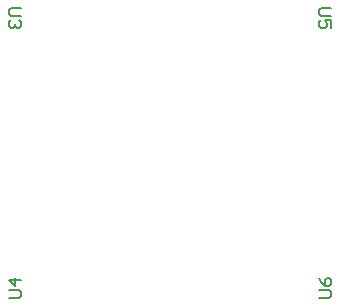
<source format=gm1>
G04*
G04 #@! TF.GenerationSoftware,Altium Limited,Altium Designer,22.2.1 (43)*
G04*
G04 Layer_Color=16711935*
%FSLAX25Y25*%
%MOIN*%
G70*
G04*
G04 #@! TF.SameCoordinates,0E938A99-CEBE-4E5B-98FA-E82972142B6D*
G04*
G04*
G04 #@! TF.FilePolarity,Positive*
G04*
G01*
G75*
%ADD115C,0.00700*%
D115*
X171230Y10732D02*
X174562D01*
X175228Y11399D01*
Y12732D01*
X174562Y13398D01*
X171230D01*
Y17397D02*
X171896Y16064D01*
X173229Y14731D01*
X174562D01*
X175228Y15397D01*
Y16730D01*
X174562Y17397D01*
X173896D01*
X173229Y16730D01*
Y14731D01*
X175227Y107378D02*
X171895D01*
X171228Y106711D01*
Y105379D01*
X171895Y104712D01*
X175227D01*
Y100713D02*
Y103379D01*
X173228D01*
X173894Y102046D01*
Y101380D01*
X173228Y100713D01*
X171895D01*
X171228Y101380D01*
Y102713D01*
X171895Y103379D01*
X67883Y10732D02*
X71215D01*
X71882Y11399D01*
Y12732D01*
X71215Y13398D01*
X67883D01*
X71882Y16730D02*
X67883D01*
X69883Y14731D01*
Y17397D01*
X71881Y107378D02*
X68548D01*
X67882Y106711D01*
Y105379D01*
X68548Y104712D01*
X71881D01*
X71214Y103379D02*
X71881Y102713D01*
Y101380D01*
X71214Y100713D01*
X70548D01*
X69881Y101380D01*
Y102046D01*
Y101380D01*
X69215Y100713D01*
X68548D01*
X67882Y101380D01*
Y102713D01*
X68548Y103379D01*
M02*

</source>
